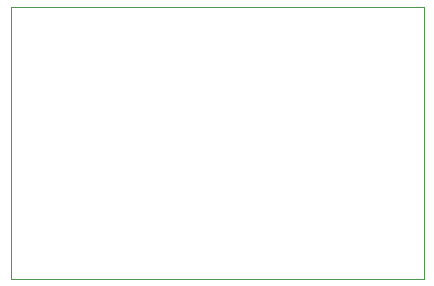
<source format=gbr>
%TF.GenerationSoftware,KiCad,Pcbnew,8.0.7*%
%TF.CreationDate,2025-01-08T21:55:34-07:00*%
%TF.ProjectId,Hat PCB,48617420-5043-4422-9e6b-696361645f70,rev?*%
%TF.SameCoordinates,Original*%
%TF.FileFunction,Profile,NP*%
%FSLAX46Y46*%
G04 Gerber Fmt 4.6, Leading zero omitted, Abs format (unit mm)*
G04 Created by KiCad (PCBNEW 8.0.7) date 2025-01-08 21:55:34*
%MOMM*%
%LPD*%
G01*
G04 APERTURE LIST*
%TA.AperFunction,Profile*%
%ADD10C,0.050000*%
%TD*%
G04 APERTURE END LIST*
D10*
X209000000Y-107500000D02*
X209000000Y-130500000D01*
X244000000Y-107500000D02*
X209000000Y-107500000D01*
X244000000Y-130500000D02*
X244000000Y-107500000D01*
X209000000Y-130500000D02*
X244000000Y-130500000D01*
M02*

</source>
